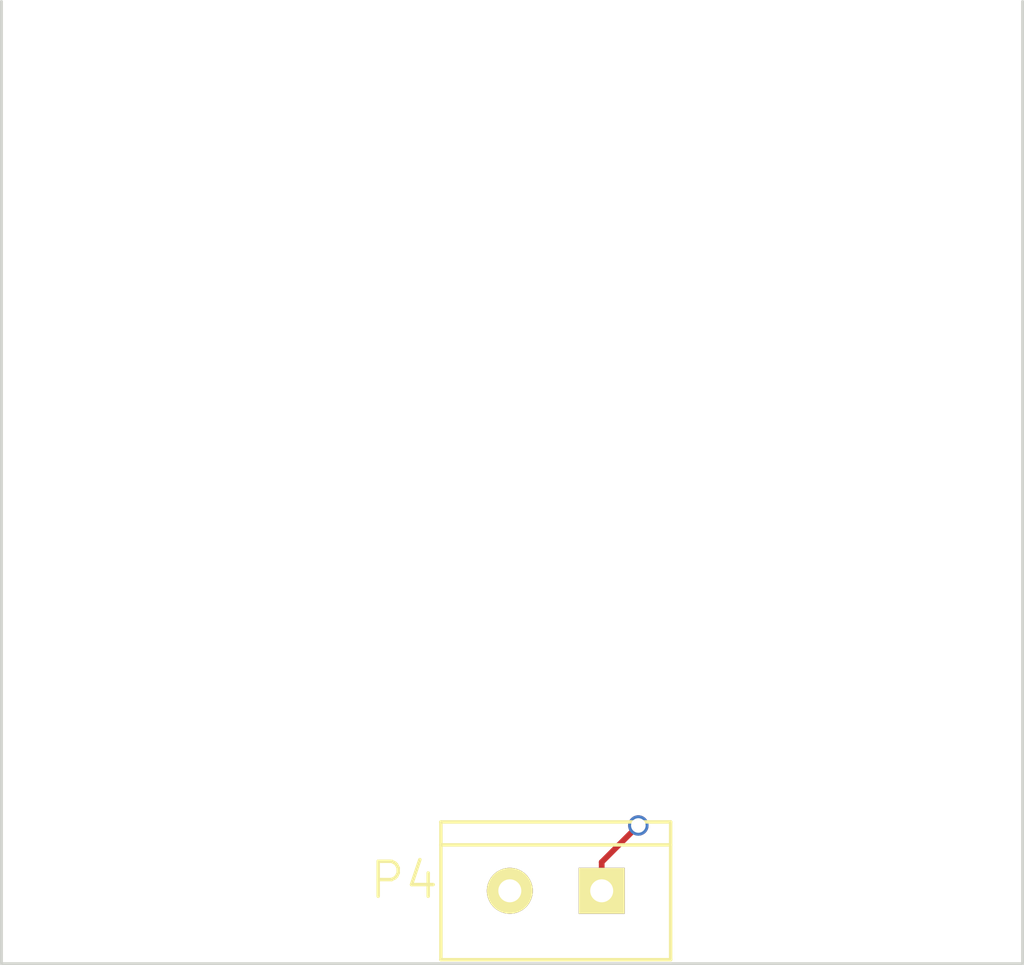
<source format=kicad_pcb>
(kicad_pcb (version 20170920) (host pcbnew "(2017-09-25 revision c141448)-tom-copypasta")

(general
  (thickness 1.6002)
  (drawings 3)
  (tracks 3)
  (zones 0)
  (modules 1)
  (nets 3)
)

(page A4)
(layers
  (0 Composant signal)
  (31 Cuivre signal)
  (34 B.Paste user)
  (35 F.Paste user)
  (36 B.SilkS user)
  (37 F.SilkS user)
  (38 B.Mask user)
  (39 F.Mask user)
  (40 Dwgs.User user)
  (41 Cmts.User user)
  (42 Eco1.User user)
  (43 Eco2.User user)
  (44 Edge.Cuts user)
)


(general
  (thickness 1.6002)
  (drawings 3)
  (tracks 3)
  (zones 0)
  (modules 1)
  (nets 3)
)

(page A4)
(layers
  (0 Composant signal)
  (31 Cuivre signal)
  (34 B.Paste user)
  (35 F.Paste user)
  (36 B.SilkS user)
  (37 F.SilkS user)
  (38 B.Mask user)
  (39 F.Mask user)
  (40 Dwgs.User user)
  (41 Cmts.User user)
  (42 Eco1.User user)
  (43 Eco2.User user)
  (44 Edge.Cuts user)
)

(setup
  (last_trace_width 0.25)
  (trace_clearance 0.381)
  (zone_clearance 0.635)
  (zone_45_only no)
  (trace_min 0.254)
  (segment_width 0.381)
  (edge_width 0.381)
  (via_size 0.889)
  (via_drill 0.635)
  (via_min_size 0.889)
  (via_min_drill 0.508)
  (uvia_size 0.508)
  (uvia_drill 0.127)
  (uvias_allowed no)
  (uvia_min_size 0.508)
  (uvia_min_drill 0.127)
  (pcb_text_width 0.3048)
  (pcb_text_size 1.524 2.032)
  (mod_edge_width 0.381)
  (mod_text_size 1.524 1.524)
  (mod_text_width 0.3048)
  (pad_size 2.794 1.397)
  (pad_drill 1.9304)
  (pad_to_mask_clearance 0.1)
  (aux_axis_origin 0 0)
  (visible_elements 7FFFFFFF)
  (pcbplotparams
    (layerselection 0x000f0_80000001)
    (usegerberextensions false)
    (usegerberattributes true)
    (usegerberadvancedattributes true)
    (creategerberjobfile true)
    (excludeedgelayer true)
    (linewidth 0.150000)
    (plotframeref false)
    (viasonmask false)
    (mode 1)
    (useauxorigin false)
    (hpglpennumber 1)
    (hpglpenspeed 20)
    (hpglpendiameter 15)
    (psnegative false)
    (psa4output false)
    (plotreference true)
    (plotvalue true)
    (plotinvisibletext false)
    (padsonsilk false)
    (subtractmaskfromsilk false)
    (outputformat 1)
    (mirror false)
    (drillshape 0)
    (scaleselection 1)
    (outputdirectory ""))
)

(net 0 "")
(net 1 "Net-(P4-Pad1)")
(net 2 "Net-(P4-Pad2)")

(net_class Default "This is the default net class."
  (clearance 0.381)
  (trace_width 0.25)
  (via_dia 0.889)
  (via_drill 0.635)
  (uvia_dia 0.508)
  (uvia_drill 0.127)
  (add_net "Net-(P4-Pad1)")
  (add_net "Net-(P4-Pad2)")
)

  (module connect:bornier2 (layer Composant) (tedit 54A58902) (tstamp 54A581FE)
    (at 147.955 129.54 180)
    (descr "Bornier d'alimentation 2 pins")
    (tags DEV)
    (path /456A8ACC)
    (fp_text reference P4 (at 6.605 0.46 180) (layer F.SilkS)
      (effects (font (thickness 0.15)))
    )
    (fp_text value CONN_2 (at -9.735 3.03 180) (layer F.SilkS) hide
      (effects (font (thickness 0.15)))
    )
    (fp_line (start 5 2) (end -5 2) (layer F.SilkS) (width 0.15))
    (fp_line (start 5 3) (end 5 -3) (layer F.SilkS) (width 0.15))
    (fp_line (start 5 -3) (end -5 -3) (layer F.SilkS) (width 0.15))
    (fp_line (start -5 -3) (end -5 3) (layer F.SilkS) (width 0.15))
    (fp_line (start -5 3) (end 5 3) (layer F.SilkS) (width 0.15))
    (pad 1 thru_hole rect (at -2 0 180) (size 2 2) (drill 1) (layers *.Cu *.Mask F.SilkS)
      (net 1 "Net-(P4-Pad1)"))
    (pad 2 thru_hole circle (at 2 0 180) (size 2 2) (drill 1) (layers *.Cu *.Mask F.SilkS)
      (net 2 "Net-(P4-Pad2)"))
    (model Connect.3dshapes/bornier2.wrl
      (at (xyz 0 0 0))
      (scale (xyz 1 1 1))
      (rotate (xyz 0 0 0))
    )
  )

  (gr_line (start 123.825 132.715) (end 168.275 132.715) (angle 90) (layer Edge.Cuts) (width 0.127))
  (gr_line (start 168.275 90.805) (end 168.275 132.715) (angle 90) (layer Edge.Cuts) (width 0.127))
  (gr_line (start 123.825 90.805) (end 123.825 132.715) (angle 90) (layer Edge.Cuts) (width 0.127))

  (via (at 151.55 126.695) (size 0.889) (drill 0.635) (layers Composant Cuivre) (net 1))
  (segment (start 149.955 129.54) (end 149.955 128.29) (width 0.25) (layer Composant) (net 1))
  (segment (start 149.955 128.29) (end 151.55 126.695) (width 0.25) (layer Composant) (net 1))

)

</source>
